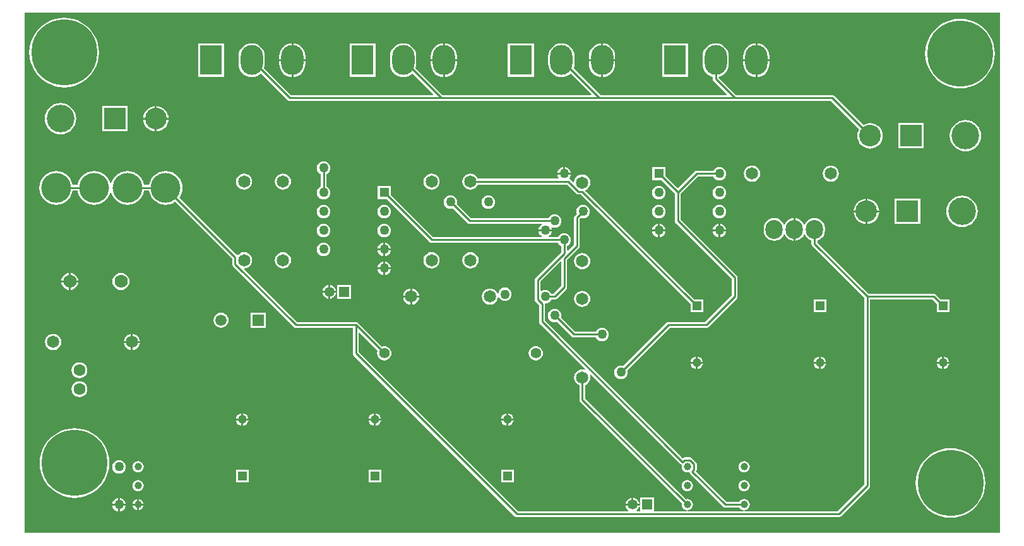
<source format=gbl>
G04 Layer_Physical_Order=2*
G04 Layer_Color=16711680*
%FSLAX25Y25*%
%MOIN*%
G70*
G01*
G75*
%ADD14C,0.01000*%
%ADD15C,0.05512*%
%ADD16C,0.05000*%
%ADD17R,0.05000X0.05000*%
%ADD18C,0.03937*%
%ADD19C,0.06299*%
%ADD20C,0.06496*%
%ADD21C,0.04724*%
%ADD22R,0.04724X0.04724*%
%ADD23C,0.05906*%
%ADD24R,0.05906X0.05906*%
%ADD25R,0.05315X0.05315*%
%ADD26C,0.05315*%
%ADD27C,0.07000*%
%ADD28C,0.34724*%
%ADD29R,0.11811X0.15748*%
%ADD30O,0.11811X0.15748*%
%ADD31C,0.11417*%
%ADD32R,0.11417X0.11417*%
%ADD33C,0.14567*%
%ADD34C,0.15748*%
%ADD35O,0.09055X0.10000*%
G36*
X615000Y225000D02*
X100000D01*
Y500000D01*
X615000D01*
Y225000D01*
D02*
G37*
%LPC*%
G36*
X160987Y325500D02*
X157268D01*
Y321781D01*
X157877Y321861D01*
X158910Y322289D01*
X159797Y322970D01*
X160478Y323858D01*
X160906Y324891D01*
X160987Y325500D01*
D02*
G37*
G36*
X380000Y343530D02*
X379086Y343410D01*
X378235Y343057D01*
X377504Y342496D01*
X376943Y341765D01*
X376590Y340914D01*
X376470Y340000D01*
X376590Y339086D01*
X376943Y338235D01*
X377504Y337504D01*
X378235Y336943D01*
X379086Y336590D01*
X380000Y336470D01*
X380914Y336590D01*
X381149Y336688D01*
X388919Y328919D01*
X389415Y328587D01*
X390000Y328471D01*
X401845D01*
X401943Y328235D01*
X402504Y327504D01*
X403235Y326943D01*
X404086Y326590D01*
X405000Y326470D01*
X405914Y326590D01*
X406765Y326943D01*
X407496Y327504D01*
X408057Y328235D01*
X408410Y329086D01*
X408530Y330000D01*
X408410Y330914D01*
X408057Y331765D01*
X407496Y332496D01*
X406765Y333057D01*
X405914Y333410D01*
X405000Y333530D01*
X404086Y333410D01*
X403235Y333057D01*
X402504Y332496D01*
X401943Y331765D01*
X401845Y331529D01*
X390634D01*
X383312Y338851D01*
X383410Y339086D01*
X383530Y340000D01*
X383410Y340914D01*
X383057Y341765D01*
X382496Y342496D01*
X381765Y343057D01*
X380914Y343410D01*
X380000Y343530D01*
D02*
G37*
G36*
X115232Y330285D02*
X114123Y330139D01*
X113090Y329711D01*
X112203Y329030D01*
X111522Y328142D01*
X111094Y327109D01*
X110948Y326000D01*
X111094Y324891D01*
X111522Y323858D01*
X112203Y322970D01*
X113090Y322289D01*
X114123Y321861D01*
X115232Y321715D01*
X116341Y321861D01*
X117375Y322289D01*
X118262Y322970D01*
X118943Y323858D01*
X119371Y324891D01*
X119517Y326000D01*
X119371Y327109D01*
X118943Y328142D01*
X118262Y329030D01*
X117375Y329711D01*
X116341Y330139D01*
X115232Y330285D01*
D02*
G37*
G36*
X156268Y325500D02*
X152549D01*
X152629Y324891D01*
X153057Y323858D01*
X153738Y322970D01*
X154625Y322289D01*
X155659Y321861D01*
X156268Y321781D01*
Y325500D01*
D02*
G37*
G36*
Y330219D02*
X155659Y330139D01*
X154625Y329711D01*
X153738Y329030D01*
X153057Y328142D01*
X152629Y327109D01*
X152549Y326500D01*
X156268D01*
Y330219D01*
D02*
G37*
G36*
X227453Y341453D02*
X219547D01*
Y333547D01*
X227453D01*
Y341453D01*
D02*
G37*
G36*
X335500Y415052D02*
X334391Y414906D01*
X333358Y414478D01*
X332470Y413798D01*
X331789Y412910D01*
X331361Y411877D01*
X331215Y410768D01*
X331361Y409659D01*
X331789Y408625D01*
X332470Y407738D01*
X333358Y407057D01*
X334391Y406629D01*
X335500Y406483D01*
X336609Y406629D01*
X337642Y407057D01*
X338530Y407738D01*
X339211Y408625D01*
X339464Y409238D01*
X386652D01*
X391452Y404438D01*
X391948Y404107D01*
X392533Y403990D01*
X393847D01*
X451638Y346199D01*
Y341638D01*
X458362D01*
Y348362D01*
X453801D01*
X396228Y405935D01*
X396325Y406426D01*
X396642Y406557D01*
X397530Y407238D01*
X398211Y408125D01*
X398639Y409159D01*
X398785Y410268D01*
X398639Y411377D01*
X398211Y412410D01*
X397530Y413297D01*
X396642Y413978D01*
X395609Y414406D01*
X394500Y414552D01*
X393391Y414406D01*
X392358Y413978D01*
X391470Y413297D01*
X390789Y412410D01*
X390361Y411377D01*
X390266Y410656D01*
X389739Y410477D01*
X388367Y411849D01*
X387871Y412181D01*
X387863Y412182D01*
X387670Y412730D01*
X388057Y413235D01*
X388410Y414086D01*
X388464Y414500D01*
X381536D01*
X381590Y414086D01*
X381943Y413235D01*
X382279Y412797D01*
X382032Y412297D01*
X339464D01*
X339211Y412910D01*
X338530Y413798D01*
X337642Y414478D01*
X336609Y414906D01*
X335500Y415052D01*
D02*
G37*
G36*
X157268Y330219D02*
Y326500D01*
X160987D01*
X160906Y327109D01*
X160478Y328142D01*
X159797Y329030D01*
X158910Y329711D01*
X157877Y330139D01*
X157268Y330219D01*
D02*
G37*
G36*
X203815Y341487D02*
X202783Y341351D01*
X201821Y340953D01*
X200996Y340319D01*
X200362Y339493D01*
X199964Y338532D01*
X199828Y337500D01*
X199964Y336468D01*
X200362Y335507D01*
X200996Y334681D01*
X201821Y334047D01*
X202783Y333649D01*
X203815Y333513D01*
X204847Y333649D01*
X205808Y334047D01*
X206634Y334681D01*
X207268Y335507D01*
X207666Y336468D01*
X207802Y337500D01*
X207666Y338532D01*
X207268Y339493D01*
X206634Y340319D01*
X205808Y340953D01*
X204847Y341351D01*
X203815Y341487D01*
D02*
G37*
G36*
X454500Y318325D02*
X454122Y318276D01*
X453304Y317937D01*
X452602Y317398D01*
X452063Y316696D01*
X451724Y315878D01*
X451675Y315500D01*
X454500D01*
Y318325D01*
D02*
G37*
G36*
X519500D02*
X519122Y318276D01*
X518304Y317937D01*
X517602Y317398D01*
X517063Y316696D01*
X516724Y315878D01*
X516675Y315500D01*
X519500D01*
Y318325D01*
D02*
G37*
G36*
X523325Y314500D02*
X520500D01*
Y311675D01*
X520878Y311724D01*
X521696Y312063D01*
X522398Y312602D01*
X522937Y313304D01*
X523276Y314122D01*
X523325Y314500D01*
D02*
G37*
G36*
X588325D02*
X585500D01*
Y311675D01*
X585878Y311724D01*
X586696Y312063D01*
X587398Y312602D01*
X587937Y313304D01*
X588276Y314122D01*
X588325Y314500D01*
D02*
G37*
G36*
X584500Y318325D02*
X584122Y318276D01*
X583304Y317937D01*
X582602Y317398D01*
X582063Y316696D01*
X581724Y315878D01*
X581675Y315500D01*
X584500D01*
Y318325D01*
D02*
G37*
G36*
X585500D02*
Y315500D01*
X588325D01*
X588276Y315878D01*
X587937Y316696D01*
X587398Y317398D01*
X586696Y317937D01*
X585878Y318276D01*
X585500Y318325D01*
D02*
G37*
G36*
X370000Y323788D02*
X369020Y323659D01*
X368106Y323281D01*
X367321Y322679D01*
X366719Y321894D01*
X366341Y320981D01*
X366212Y320000D01*
X366341Y319020D01*
X366719Y318106D01*
X367321Y317321D01*
X368106Y316719D01*
X369020Y316341D01*
X370000Y316212D01*
X370981Y316341D01*
X371894Y316719D01*
X372679Y317321D01*
X373281Y318106D01*
X373659Y319020D01*
X373788Y320000D01*
X373659Y320981D01*
X373281Y321894D01*
X372679Y322679D01*
X371894Y323281D01*
X370981Y323659D01*
X370000Y323788D01*
D02*
G37*
G36*
X455500Y318325D02*
Y315500D01*
X458325D01*
X458276Y315878D01*
X457937Y316696D01*
X457398Y317398D01*
X456696Y317937D01*
X455878Y318276D01*
X455500Y318325D01*
D02*
G37*
G36*
X520500D02*
Y315500D01*
X523325D01*
X523276Y315878D01*
X522937Y316696D01*
X522398Y317398D01*
X521696Y317937D01*
X520878Y318276D01*
X520500Y318325D01*
D02*
G37*
G36*
X523362Y348362D02*
X516638D01*
Y341638D01*
X523362D01*
Y348362D01*
D02*
G37*
G36*
X151000Y362539D02*
X149825Y362384D01*
X148731Y361931D01*
X147791Y361209D01*
X147069Y360269D01*
X146616Y359175D01*
X146461Y358000D01*
X146616Y356825D01*
X147069Y355731D01*
X147791Y354791D01*
X148731Y354069D01*
X149825Y353616D01*
X151000Y353461D01*
X152175Y353616D01*
X153269Y354069D01*
X154209Y354791D01*
X154931Y355731D01*
X155384Y356825D01*
X155539Y358000D01*
X155384Y359175D01*
X154931Y360269D01*
X154209Y361209D01*
X153269Y361931D01*
X152175Y362384D01*
X151000Y362539D01*
D02*
G37*
G36*
X123500Y357500D02*
X119527D01*
X119616Y356825D01*
X120069Y355731D01*
X120791Y354791D01*
X121731Y354069D01*
X122825Y353616D01*
X123500Y353527D01*
Y357500D01*
D02*
G37*
G36*
X260500Y356123D02*
X260045Y356063D01*
X259156Y355695D01*
X258391Y355109D01*
X257805Y354345D01*
X257437Y353455D01*
X257377Y353000D01*
X260500D01*
Y356123D01*
D02*
G37*
G36*
X261500D02*
Y353000D01*
X264623D01*
X264563Y353455D01*
X264195Y354345D01*
X263609Y355109D01*
X262844Y355695D01*
X261955Y356063D01*
X261500Y356123D01*
D02*
G37*
G36*
X128473Y357500D02*
X124500D01*
Y353527D01*
X125175Y353616D01*
X126269Y354069D01*
X127209Y354791D01*
X127931Y355731D01*
X128384Y356825D01*
X128473Y357500D01*
D02*
G37*
G36*
X289500Y364500D02*
X286536D01*
X286590Y364086D01*
X286943Y363235D01*
X287504Y362504D01*
X288235Y361943D01*
X289086Y361590D01*
X289500Y361536D01*
Y364500D01*
D02*
G37*
G36*
X293464D02*
X290500D01*
Y361536D01*
X290914Y361590D01*
X291765Y361943D01*
X292496Y362504D01*
X293057Y363235D01*
X293410Y364086D01*
X293464Y364500D01*
D02*
G37*
G36*
X123500Y362473D02*
X122825Y362384D01*
X121731Y361931D01*
X120791Y361209D01*
X120069Y360269D01*
X119616Y359175D01*
X119527Y358500D01*
X123500D01*
Y362473D01*
D02*
G37*
G36*
X124500D02*
Y358500D01*
X128473D01*
X128384Y359175D01*
X127931Y360269D01*
X127209Y361209D01*
X126269Y361931D01*
X125175Y362384D01*
X124500Y362473D01*
D02*
G37*
G36*
X308451Y349500D02*
X304732D01*
Y345781D01*
X305341Y345861D01*
X306375Y346289D01*
X307262Y346970D01*
X307943Y347858D01*
X308371Y348891D01*
X308451Y349500D01*
D02*
G37*
G36*
X272532Y356157D02*
X265216D01*
Y348843D01*
X272532D01*
Y356157D01*
D02*
G37*
G36*
X394500Y353052D02*
X393391Y352906D01*
X392358Y352478D01*
X391470Y351797D01*
X390789Y350910D01*
X390361Y349877D01*
X390215Y348768D01*
X390361Y347659D01*
X390789Y346625D01*
X391470Y345738D01*
X392358Y345057D01*
X393391Y344629D01*
X394500Y344483D01*
X395609Y344629D01*
X396642Y345057D01*
X397530Y345738D01*
X398211Y346625D01*
X398639Y347659D01*
X398785Y348768D01*
X398639Y349877D01*
X398211Y350910D01*
X397530Y351797D01*
X396642Y352478D01*
X395609Y352906D01*
X394500Y353052D01*
D02*
G37*
G36*
X303732Y349500D02*
X300013D01*
X300094Y348891D01*
X300522Y347858D01*
X301203Y346970D01*
X302090Y346289D01*
X303123Y345861D01*
X303732Y345781D01*
Y349500D01*
D02*
G37*
G36*
X260500Y352000D02*
X257377D01*
X257437Y351545D01*
X257805Y350656D01*
X258391Y349891D01*
X259156Y349305D01*
X260045Y348937D01*
X260500Y348877D01*
Y352000D01*
D02*
G37*
G36*
X304732Y354219D02*
Y350500D01*
X308451D01*
X308371Y351109D01*
X307943Y352142D01*
X307262Y353030D01*
X306375Y353711D01*
X305341Y354139D01*
X304732Y354219D01*
D02*
G37*
G36*
X353740Y354790D02*
X352826Y354670D01*
X351975Y354317D01*
X351244Y353756D01*
X350683Y353025D01*
X350330Y352173D01*
X350252Y351581D01*
X349739Y351513D01*
X349478Y352142D01*
X348797Y353030D01*
X347910Y353711D01*
X346877Y354139D01*
X345768Y354285D01*
X344659Y354139D01*
X343625Y353711D01*
X342738Y353030D01*
X342057Y352142D01*
X341629Y351109D01*
X341483Y350000D01*
X341629Y348891D01*
X342057Y347858D01*
X342738Y346970D01*
X343625Y346289D01*
X344659Y345861D01*
X345768Y345715D01*
X346877Y345861D01*
X347910Y346289D01*
X348797Y346970D01*
X349478Y347858D01*
X349906Y348891D01*
X350024Y349780D01*
X350537Y349848D01*
X350683Y349495D01*
X351244Y348764D01*
X351975Y348203D01*
X352826Y347850D01*
X353740Y347730D01*
X354654Y347850D01*
X355505Y348203D01*
X356236Y348764D01*
X356797Y349495D01*
X357150Y350346D01*
X357270Y351260D01*
X357150Y352173D01*
X356797Y353025D01*
X356236Y353756D01*
X355505Y354317D01*
X354654Y354670D01*
X353740Y354790D01*
D02*
G37*
G36*
X264623Y352000D02*
X261500D01*
Y348877D01*
X261955Y348937D01*
X262844Y349305D01*
X263609Y349891D01*
X264195Y350656D01*
X264563Y351545D01*
X264623Y352000D01*
D02*
G37*
G36*
X303732Y354219D02*
X303123Y354139D01*
X302090Y353711D01*
X301203Y353030D01*
X300522Y352142D01*
X300094Y351109D01*
X300013Y350500D01*
X303732D01*
Y354219D01*
D02*
G37*
G36*
X458325Y314500D02*
X455500D01*
Y311675D01*
X455878Y311724D01*
X456696Y312063D01*
X457398Y312602D01*
X457937Y313304D01*
X458276Y314122D01*
X458325Y314500D01*
D02*
G37*
G36*
X126500Y280402D02*
X124098Y280244D01*
X121737Y279775D01*
X119458Y279001D01*
X117299Y277936D01*
X115298Y276599D01*
X113488Y275012D01*
X111901Y273202D01*
X110564Y271201D01*
X109499Y269042D01*
X108725Y266763D01*
X108256Y264402D01*
X108098Y262000D01*
X108256Y259598D01*
X108725Y257237D01*
X109499Y254958D01*
X110564Y252799D01*
X111901Y250798D01*
X113488Y248988D01*
X115298Y247401D01*
X117299Y246064D01*
X119458Y244999D01*
X121737Y244225D01*
X124098Y243756D01*
X126500Y243598D01*
X128902Y243756D01*
X131263Y244225D01*
X133542Y244999D01*
X135701Y246064D01*
X137702Y247401D01*
X139512Y248988D01*
X141099Y250798D01*
X142436Y252799D01*
X143501Y254958D01*
X144275Y257237D01*
X144744Y259598D01*
X144902Y262000D01*
X144744Y264402D01*
X144275Y266763D01*
X143501Y269042D01*
X142436Y271201D01*
X141099Y273202D01*
X139512Y275012D01*
X137702Y276599D01*
X135701Y277936D01*
X133542Y279001D01*
X131263Y279775D01*
X128902Y280244D01*
X126500Y280402D01*
D02*
G37*
G36*
X160000Y252994D02*
X159225Y252892D01*
X158503Y252593D01*
X157883Y252117D01*
X157407Y251497D01*
X157108Y250775D01*
X157006Y250000D01*
X157108Y249225D01*
X157407Y248503D01*
X157883Y247883D01*
X158503Y247407D01*
X159225Y247108D01*
X160000Y247006D01*
X160775Y247108D01*
X161497Y247407D01*
X162117Y247883D01*
X162593Y248503D01*
X162892Y249225D01*
X162994Y250000D01*
X162892Y250775D01*
X162593Y251497D01*
X162117Y252117D01*
X161497Y252593D01*
X160775Y252892D01*
X160000Y252994D01*
D02*
G37*
G36*
X160500Y242928D02*
Y240500D01*
X162928D01*
X162892Y240775D01*
X162593Y241497D01*
X162117Y242117D01*
X161497Y242593D01*
X160775Y242892D01*
X160500Y242928D01*
D02*
G37*
G36*
X421563Y243623D02*
Y240500D01*
X424686D01*
X424626Y240955D01*
X424258Y241845D01*
X423672Y242609D01*
X422907Y243195D01*
X422018Y243563D01*
X421563Y243623D01*
D02*
G37*
G36*
X480000Y252994D02*
X479225Y252892D01*
X478503Y252593D01*
X477883Y252117D01*
X477407Y251497D01*
X477108Y250775D01*
X477006Y250000D01*
X477108Y249225D01*
X477407Y248503D01*
X477883Y247883D01*
X478503Y247407D01*
X479225Y247108D01*
X480000Y247006D01*
X480775Y247108D01*
X481497Y247407D01*
X482117Y247883D01*
X482593Y248503D01*
X482892Y249225D01*
X482994Y250000D01*
X482892Y250775D01*
X482593Y251497D01*
X482117Y252117D01*
X481497Y252593D01*
X480775Y252892D01*
X480000Y252994D01*
D02*
G37*
G36*
X358362Y258362D02*
X351638D01*
Y251638D01*
X358362D01*
Y258362D01*
D02*
G37*
G36*
X150000Y263530D02*
X149086Y263410D01*
X148235Y263057D01*
X147504Y262496D01*
X146943Y261765D01*
X146590Y260914D01*
X146470Y260000D01*
X146590Y259086D01*
X146943Y258235D01*
X147504Y257504D01*
X148235Y256943D01*
X149086Y256590D01*
X150000Y256470D01*
X150914Y256590D01*
X151765Y256943D01*
X152496Y257504D01*
X153057Y258235D01*
X153410Y259086D01*
X153530Y260000D01*
X153410Y260914D01*
X153057Y261765D01*
X152496Y262496D01*
X151765Y263057D01*
X150914Y263410D01*
X150000Y263530D01*
D02*
G37*
G36*
X218362Y258362D02*
X211638D01*
Y251638D01*
X218362D01*
Y258362D01*
D02*
G37*
G36*
X288362D02*
X281638D01*
Y251638D01*
X288362D01*
Y258362D01*
D02*
G37*
G36*
X153464Y239500D02*
X150500D01*
Y236536D01*
X150914Y236590D01*
X151765Y236943D01*
X152496Y237504D01*
X153057Y238235D01*
X153410Y239086D01*
X153464Y239500D01*
D02*
G37*
G36*
X159500D02*
X157072D01*
X157108Y239225D01*
X157407Y238503D01*
X157883Y237883D01*
X158503Y237407D01*
X159225Y237108D01*
X159500Y237072D01*
Y239500D01*
D02*
G37*
G36*
X589000Y269902D02*
X586598Y269744D01*
X584237Y269275D01*
X581958Y268501D01*
X579799Y267436D01*
X577798Y266099D01*
X575988Y264512D01*
X574401Y262702D01*
X573064Y260701D01*
X571999Y258542D01*
X571225Y256263D01*
X570756Y253902D01*
X570598Y251500D01*
X570756Y249098D01*
X571225Y246737D01*
X571999Y244458D01*
X573064Y242299D01*
X574401Y240298D01*
X575988Y238488D01*
X577798Y236901D01*
X579799Y235564D01*
X581958Y234499D01*
X584237Y233725D01*
X586598Y233256D01*
X589000Y233098D01*
X591402Y233256D01*
X593763Y233725D01*
X596042Y234499D01*
X598201Y235564D01*
X600202Y236901D01*
X602012Y238488D01*
X603599Y240298D01*
X604936Y242299D01*
X606001Y244458D01*
X606775Y246737D01*
X607244Y249098D01*
X607402Y251500D01*
X607244Y253902D01*
X606775Y256263D01*
X606001Y258542D01*
X604936Y260701D01*
X603599Y262702D01*
X602012Y264512D01*
X600202Y266099D01*
X598201Y267436D01*
X596042Y268501D01*
X593763Y269275D01*
X591402Y269744D01*
X589000Y269902D01*
D02*
G37*
G36*
X149500Y239500D02*
X146536D01*
X146590Y239086D01*
X146943Y238235D01*
X147504Y237504D01*
X148235Y236943D01*
X149086Y236590D01*
X149500Y236536D01*
Y239500D01*
D02*
G37*
G36*
X162928D02*
X160500D01*
Y237072D01*
X160775Y237108D01*
X161497Y237407D01*
X162117Y237883D01*
X162593Y238503D01*
X162892Y239225D01*
X162928Y239500D01*
D02*
G37*
G36*
X149500Y243464D02*
X149086Y243410D01*
X148235Y243057D01*
X147504Y242496D01*
X146943Y241765D01*
X146590Y240914D01*
X146536Y240500D01*
X149500D01*
Y243464D01*
D02*
G37*
G36*
X150500D02*
Y240500D01*
X153464D01*
X153410Y240914D01*
X153057Y241765D01*
X152496Y242496D01*
X151765Y243057D01*
X150914Y243410D01*
X150500Y243464D01*
D02*
G37*
G36*
X420563Y243623D02*
X420108Y243563D01*
X419218Y243195D01*
X418454Y242609D01*
X417868Y241845D01*
X417500Y240955D01*
X417440Y240500D01*
X420563D01*
Y243623D01*
D02*
G37*
G36*
X159500Y242928D02*
X159225Y242892D01*
X158503Y242593D01*
X157883Y242117D01*
X157407Y241497D01*
X157108Y240775D01*
X157072Y240500D01*
X159500D01*
Y242928D01*
D02*
G37*
G36*
X160000Y262994D02*
X159225Y262892D01*
X158503Y262593D01*
X157883Y262117D01*
X157407Y261497D01*
X157108Y260775D01*
X157006Y260000D01*
X157108Y259225D01*
X157407Y258503D01*
X157883Y257883D01*
X158503Y257407D01*
X159225Y257108D01*
X160000Y257006D01*
X160775Y257108D01*
X161497Y257407D01*
X162117Y257883D01*
X162593Y258503D01*
X162892Y259225D01*
X162994Y260000D01*
X162892Y260775D01*
X162593Y261497D01*
X162117Y262117D01*
X161497Y262593D01*
X160775Y262892D01*
X160000Y262994D01*
D02*
G37*
G36*
X285500Y288325D02*
Y285500D01*
X288325D01*
X288276Y285878D01*
X287937Y286696D01*
X287398Y287398D01*
X286696Y287937D01*
X285878Y288276D01*
X285500Y288325D01*
D02*
G37*
G36*
X355500D02*
Y285500D01*
X358325D01*
X358276Y285878D01*
X357937Y286696D01*
X357398Y287398D01*
X356696Y287937D01*
X355878Y288276D01*
X355500Y288325D01*
D02*
G37*
G36*
X354500D02*
X354122Y288276D01*
X353304Y287937D01*
X352602Y287398D01*
X352063Y286696D01*
X351724Y285878D01*
X351675Y285500D01*
X354500D01*
Y288325D01*
D02*
G37*
G36*
X215500D02*
Y285500D01*
X218325D01*
X218276Y285878D01*
X217937Y286696D01*
X217398Y287398D01*
X216696Y287937D01*
X215878Y288276D01*
X215500Y288325D01*
D02*
G37*
G36*
X129000Y305185D02*
X127917Y305043D01*
X126907Y304625D01*
X126040Y303959D01*
X125375Y303093D01*
X124957Y302083D01*
X124815Y301000D01*
X124957Y299917D01*
X125375Y298907D01*
X126040Y298041D01*
X126907Y297375D01*
X127917Y296957D01*
X129000Y296815D01*
X130083Y296957D01*
X131093Y297375D01*
X131959Y298041D01*
X132625Y298907D01*
X133043Y299917D01*
X133185Y301000D01*
X133043Y302083D01*
X132625Y303093D01*
X131959Y303959D01*
X131093Y304625D01*
X130083Y305043D01*
X129000Y305185D01*
D02*
G37*
G36*
X519500Y314500D02*
X516675D01*
X516724Y314122D01*
X517063Y313304D01*
X517602Y312602D01*
X518304Y312063D01*
X519122Y311724D01*
X519500Y311675D01*
Y314500D01*
D02*
G37*
G36*
X584500D02*
X581675D01*
X581724Y314122D01*
X582063Y313304D01*
X582602Y312602D01*
X583304Y312063D01*
X584122Y311724D01*
X584500Y311675D01*
Y314500D01*
D02*
G37*
G36*
X129000Y315185D02*
X127917Y315043D01*
X126907Y314625D01*
X126040Y313960D01*
X125375Y313093D01*
X124957Y312083D01*
X124815Y311000D01*
X124957Y309917D01*
X125375Y308907D01*
X126040Y308040D01*
X126907Y307375D01*
X127917Y306957D01*
X129000Y306815D01*
X130083Y306957D01*
X131093Y307375D01*
X131959Y308040D01*
X132625Y308907D01*
X133043Y309917D01*
X133185Y311000D01*
X133043Y312083D01*
X132625Y313093D01*
X131959Y313960D01*
X131093Y314625D01*
X130083Y315043D01*
X129000Y315185D01*
D02*
G37*
G36*
X454500Y314500D02*
X451675D01*
X451724Y314122D01*
X452063Y313304D01*
X452602Y312602D01*
X453304Y312063D01*
X454122Y311724D01*
X454500Y311675D01*
Y314500D01*
D02*
G37*
G36*
X284500Y284500D02*
X281675D01*
X281724Y284122D01*
X282063Y283304D01*
X282602Y282602D01*
X283304Y282063D01*
X284122Y281724D01*
X284500Y281675D01*
Y284500D01*
D02*
G37*
G36*
X354500D02*
X351675D01*
X351724Y284122D01*
X352063Y283304D01*
X352602Y282602D01*
X353304Y282063D01*
X354122Y281724D01*
X354500Y281675D01*
Y284500D01*
D02*
G37*
G36*
X480000Y262994D02*
X479225Y262892D01*
X478503Y262593D01*
X477883Y262117D01*
X477407Y261497D01*
X477108Y260775D01*
X477006Y260000D01*
X477108Y259225D01*
X477407Y258503D01*
X477883Y257883D01*
X478503Y257407D01*
X479225Y257108D01*
X480000Y257006D01*
X480775Y257108D01*
X481497Y257407D01*
X482117Y257883D01*
X482593Y258503D01*
X482892Y259225D01*
X482994Y260000D01*
X482892Y260775D01*
X482593Y261497D01*
X482117Y262117D01*
X481497Y262593D01*
X480775Y262892D01*
X480000Y262994D01*
D02*
G37*
G36*
X214500Y284500D02*
X211675D01*
X211724Y284122D01*
X212063Y283304D01*
X212602Y282602D01*
X213304Y282063D01*
X214122Y281724D01*
X214500Y281675D01*
Y284500D01*
D02*
G37*
G36*
X218325D02*
X215500D01*
Y281675D01*
X215878Y281724D01*
X216696Y282063D01*
X217398Y282602D01*
X217937Y283304D01*
X218276Y284122D01*
X218325Y284500D01*
D02*
G37*
G36*
X214500Y288325D02*
X214122Y288276D01*
X213304Y287937D01*
X212602Y287398D01*
X212063Y286696D01*
X211724Y285878D01*
X211675Y285500D01*
X214500D01*
Y288325D01*
D02*
G37*
G36*
X284500D02*
X284122Y288276D01*
X283304Y287937D01*
X282602Y287398D01*
X282063Y286696D01*
X281724Y285878D01*
X281675Y285500D01*
X284500D01*
Y288325D01*
D02*
G37*
G36*
X288325Y284500D02*
X285500D01*
Y281675D01*
X285878Y281724D01*
X286696Y282063D01*
X287398Y282602D01*
X287937Y283304D01*
X288276Y284122D01*
X288325Y284500D01*
D02*
G37*
G36*
X358325D02*
X355500D01*
Y281675D01*
X355878Y281724D01*
X356696Y282063D01*
X357398Y282602D01*
X357937Y283304D01*
X358276Y284122D01*
X358325Y284500D01*
D02*
G37*
G36*
X394500Y373017D02*
X393391Y372871D01*
X392358Y372443D01*
X391470Y371762D01*
X390789Y370875D01*
X390361Y369841D01*
X390215Y368732D01*
X390361Y367623D01*
X390789Y366590D01*
X391470Y365703D01*
X392358Y365022D01*
X393391Y364594D01*
X394500Y364448D01*
X395609Y364594D01*
X396642Y365022D01*
X397530Y365703D01*
X398211Y366590D01*
X398639Y367623D01*
X398785Y368732D01*
X398639Y369841D01*
X398211Y370875D01*
X397530Y371762D01*
X396642Y372443D01*
X395609Y372871D01*
X394500Y373017D01*
D02*
G37*
G36*
X176086Y443500D02*
X169894D01*
Y437308D01*
X170709Y437388D01*
X171974Y437772D01*
X173139Y438395D01*
X174161Y439233D01*
X174999Y440255D01*
X175622Y441420D01*
X176005Y442685D01*
X176086Y443500D01*
D02*
G37*
G36*
X168894Y450692D02*
X168079Y450612D01*
X166814Y450228D01*
X165649Y449605D01*
X164627Y448767D01*
X163789Y447745D01*
X163166Y446580D01*
X162782Y445315D01*
X162702Y444500D01*
X168894D01*
Y450692D01*
D02*
G37*
G36*
X154449Y450709D02*
X141032D01*
Y437291D01*
X154449D01*
Y450709D01*
D02*
G37*
G36*
X168894Y443500D02*
X162702D01*
X162782Y442685D01*
X163166Y441420D01*
X163789Y440255D01*
X164627Y439233D01*
X165649Y438395D01*
X166814Y437772D01*
X168079Y437388D01*
X168894Y437308D01*
Y443500D01*
D02*
G37*
G36*
X169894Y450692D02*
Y444500D01*
X176086D01*
X176005Y445315D01*
X175622Y446580D01*
X174999Y447745D01*
X174161Y448767D01*
X173139Y449605D01*
X171974Y450228D01*
X170709Y450612D01*
X169894Y450692D01*
D02*
G37*
G36*
X121000Y497402D02*
X118598Y497244D01*
X116237Y496775D01*
X113958Y496001D01*
X111799Y494936D01*
X109798Y493599D01*
X107988Y492012D01*
X106401Y490202D01*
X105064Y488201D01*
X103999Y486042D01*
X103225Y483763D01*
X102756Y481402D01*
X102598Y479000D01*
X102756Y476598D01*
X103225Y474237D01*
X103999Y471958D01*
X105064Y469799D01*
X106401Y467798D01*
X107988Y465988D01*
X109798Y464401D01*
X111799Y463064D01*
X113958Y461999D01*
X116237Y461225D01*
X118598Y460756D01*
X121000Y460598D01*
X123402Y460756D01*
X125763Y461225D01*
X128042Y461999D01*
X130201Y463064D01*
X132202Y464401D01*
X134012Y465988D01*
X135599Y467798D01*
X136936Y469799D01*
X138001Y471958D01*
X138775Y474237D01*
X139244Y476598D01*
X139402Y479000D01*
X139244Y481402D01*
X138775Y483763D01*
X138001Y486042D01*
X136936Y488201D01*
X135599Y490202D01*
X134012Y492012D01*
X132202Y493599D01*
X130201Y494936D01*
X128042Y496001D01*
X125763Y496775D01*
X123402Y497244D01*
X121000Y497402D01*
D02*
G37*
G36*
X205449Y483874D02*
X191638D01*
Y466126D01*
X205449D01*
Y483874D01*
D02*
G37*
G36*
X465000Y483907D02*
X463646Y483774D01*
X462345Y483379D01*
X461145Y482738D01*
X460093Y481875D01*
X459231Y480824D01*
X458589Y479624D01*
X458194Y478322D01*
X458061Y476968D01*
Y473032D01*
X458194Y471678D01*
X458589Y470376D01*
X459231Y469176D01*
X460093Y468125D01*
X461145Y467262D01*
X462345Y466621D01*
X463471Y466279D01*
Y465000D01*
X463587Y464415D01*
X463919Y463919D01*
X470846Y456991D01*
X470654Y456529D01*
X404177D01*
X390042Y470665D01*
X390349Y471678D01*
X390482Y473032D01*
Y476968D01*
X390349Y478322D01*
X389954Y479624D01*
X389313Y480824D01*
X388450Y481875D01*
X387398Y482738D01*
X386199Y483379D01*
X384897Y483774D01*
X383543Y483907D01*
X382190Y483774D01*
X380888Y483379D01*
X379688Y482738D01*
X378637Y481875D01*
X377774Y480824D01*
X377133Y479624D01*
X376738Y478322D01*
X376604Y476968D01*
Y473032D01*
X376738Y471678D01*
X377133Y470376D01*
X377774Y469176D01*
X378637Y468125D01*
X379688Y467262D01*
X380888Y466621D01*
X382190Y466226D01*
X383543Y466093D01*
X384897Y466226D01*
X386199Y466621D01*
X387398Y467262D01*
X388343Y468037D01*
X399389Y456991D01*
X399198Y456529D01*
X320634D01*
X306498Y470665D01*
X306806Y471678D01*
X306939Y473032D01*
Y476968D01*
X306806Y478322D01*
X306411Y479624D01*
X305769Y480824D01*
X304907Y481875D01*
X303855Y482738D01*
X302655Y483379D01*
X301354Y483774D01*
X300000Y483907D01*
X298646Y483774D01*
X297345Y483379D01*
X296145Y482738D01*
X295093Y481875D01*
X294231Y480824D01*
X293589Y479624D01*
X293194Y478322D01*
X293061Y476968D01*
Y473032D01*
X293194Y471678D01*
X293589Y470376D01*
X294231Y469176D01*
X295093Y468125D01*
X296145Y467262D01*
X297345Y466621D01*
X298646Y466226D01*
X300000Y466093D01*
X301354Y466226D01*
X302655Y466621D01*
X303855Y467262D01*
X304800Y468037D01*
X315846Y456991D01*
X315654Y456529D01*
X240634D01*
X226498Y470665D01*
X226806Y471678D01*
X226939Y473032D01*
Y476968D01*
X226806Y478322D01*
X226411Y479624D01*
X225769Y480824D01*
X224907Y481875D01*
X223855Y482738D01*
X222655Y483379D01*
X221354Y483774D01*
X220000Y483907D01*
X218646Y483774D01*
X217345Y483379D01*
X216145Y482738D01*
X215093Y481875D01*
X214230Y480824D01*
X213589Y479624D01*
X213194Y478322D01*
X213061Y476968D01*
Y473032D01*
X213194Y471678D01*
X213589Y470376D01*
X214230Y469176D01*
X215093Y468125D01*
X216145Y467262D01*
X217345Y466621D01*
X218646Y466226D01*
X220000Y466093D01*
X221354Y466226D01*
X222655Y466621D01*
X223855Y467262D01*
X224800Y468037D01*
X238919Y453919D01*
X239415Y453587D01*
X240000Y453471D01*
X525902D01*
X540825Y438548D01*
X540307Y437580D01*
X539924Y436315D01*
X539794Y435000D01*
X539924Y433685D01*
X540307Y432420D01*
X540930Y431255D01*
X541769Y430233D01*
X542790Y429395D01*
X543956Y428772D01*
X545220Y428388D01*
X546535Y428259D01*
X547851Y428388D01*
X549115Y428772D01*
X550281Y429395D01*
X551302Y430233D01*
X552140Y431255D01*
X552763Y432420D01*
X553147Y433685D01*
X553276Y435000D01*
X553147Y436315D01*
X552763Y437580D01*
X552140Y438745D01*
X551302Y439767D01*
X550281Y440605D01*
X549115Y441228D01*
X547851Y441612D01*
X546535Y441741D01*
X545220Y441612D01*
X543956Y441228D01*
X542988Y440711D01*
X527617Y456081D01*
X527121Y456413D01*
X526535Y456529D01*
X475633D01*
X466529Y465633D01*
Y466279D01*
X467655Y466621D01*
X468855Y467262D01*
X469907Y468125D01*
X470770Y469176D01*
X471411Y470376D01*
X471806Y471678D01*
X471939Y473032D01*
Y476968D01*
X471806Y478322D01*
X471411Y479624D01*
X470770Y480824D01*
X469907Y481875D01*
X468855Y482738D01*
X467655Y483379D01*
X466354Y483774D01*
X465000Y483907D01*
D02*
G37*
G36*
X594000Y496902D02*
X591598Y496744D01*
X589237Y496275D01*
X586958Y495501D01*
X584799Y494436D01*
X582798Y493099D01*
X580988Y491512D01*
X579401Y489702D01*
X578064Y487701D01*
X576999Y485542D01*
X576225Y483263D01*
X575756Y480902D01*
X575598Y478500D01*
X575756Y476098D01*
X576225Y473737D01*
X576999Y471458D01*
X578064Y469299D01*
X579401Y467298D01*
X580988Y465488D01*
X582798Y463901D01*
X584799Y462564D01*
X586958Y461499D01*
X589237Y460725D01*
X591598Y460256D01*
X594000Y460098D01*
X596402Y460256D01*
X598763Y460725D01*
X601042Y461499D01*
X603201Y462564D01*
X605202Y463901D01*
X607012Y465488D01*
X608599Y467298D01*
X609936Y469299D01*
X611001Y471458D01*
X611775Y473737D01*
X612244Y476098D01*
X612402Y478500D01*
X612244Y480902D01*
X611775Y483263D01*
X611001Y485542D01*
X609936Y487701D01*
X608599Y489702D01*
X607012Y491512D01*
X605202Y493099D01*
X603201Y494436D01*
X601042Y495501D01*
X598763Y496275D01*
X596402Y496744D01*
X594000Y496902D01*
D02*
G37*
G36*
X119000Y452323D02*
X117376Y452164D01*
X115815Y451690D01*
X114376Y450921D01*
X113114Y449886D01*
X112079Y448624D01*
X111310Y447185D01*
X110836Y445624D01*
X110677Y444000D01*
X110836Y442376D01*
X111310Y440815D01*
X112079Y439376D01*
X113114Y438114D01*
X114376Y437079D01*
X115815Y436310D01*
X117376Y435836D01*
X119000Y435676D01*
X120624Y435836D01*
X122185Y436310D01*
X123624Y437079D01*
X124886Y438114D01*
X125921Y439376D01*
X126690Y440815D01*
X127164Y442376D01*
X127323Y444000D01*
X127164Y445624D01*
X126690Y447185D01*
X125921Y448624D01*
X124886Y449886D01*
X123624Y450921D01*
X122185Y451690D01*
X120624Y452164D01*
X119000Y452323D01*
D02*
G37*
G36*
X467000Y418530D02*
X466086Y418410D01*
X465235Y418057D01*
X464504Y417496D01*
X463943Y416765D01*
X463845Y416529D01*
X455000D01*
X454415Y416413D01*
X453919Y416081D01*
X445000Y407163D01*
X438500Y413663D01*
Y418500D01*
X431500D01*
Y411500D01*
X436337D01*
X443471Y404366D01*
Y390000D01*
X443587Y389415D01*
X443919Y388919D01*
X473471Y359366D01*
Y350634D01*
X459367Y336529D01*
X440000D01*
X439415Y336413D01*
X438919Y336081D01*
X416149Y313312D01*
X415914Y313410D01*
X415000Y313530D01*
X414086Y313410D01*
X413235Y313057D01*
X412504Y312496D01*
X411943Y311765D01*
X411590Y310914D01*
X411470Y310000D01*
X411590Y309086D01*
X411943Y308235D01*
X412504Y307504D01*
X413235Y306943D01*
X414086Y306590D01*
X415000Y306470D01*
X415914Y306590D01*
X416765Y306943D01*
X417496Y307504D01*
X418057Y308235D01*
X418410Y309086D01*
X418530Y310000D01*
X418410Y310914D01*
X418312Y311149D01*
X440633Y333471D01*
X460000D01*
X460585Y333587D01*
X461081Y333919D01*
X476081Y348919D01*
X476413Y349415D01*
X476529Y350000D01*
Y360000D01*
X476413Y360585D01*
X476081Y361081D01*
X446529Y390634D01*
Y404366D01*
X455633Y413471D01*
X463845D01*
X463943Y413235D01*
X464504Y412504D01*
X465235Y411943D01*
X466086Y411590D01*
X467000Y411470D01*
X467914Y411590D01*
X468765Y411943D01*
X469496Y412504D01*
X470057Y413235D01*
X470410Y414086D01*
X470530Y415000D01*
X470410Y415914D01*
X470057Y416765D01*
X469496Y417496D01*
X468765Y418057D01*
X467914Y418410D01*
X467000Y418530D01*
D02*
G37*
G36*
X484232Y419285D02*
X483123Y419139D01*
X482090Y418711D01*
X481203Y418030D01*
X480522Y417142D01*
X480094Y416109D01*
X479948Y415000D01*
X480094Y413891D01*
X480522Y412858D01*
X481203Y411970D01*
X482090Y411289D01*
X483123Y410861D01*
X484232Y410715D01*
X485341Y410861D01*
X486375Y411289D01*
X487262Y411970D01*
X487943Y412858D01*
X488371Y413891D01*
X488517Y415000D01*
X488371Y416109D01*
X487943Y417142D01*
X487262Y418030D01*
X486375Y418711D01*
X485341Y419139D01*
X484232Y419285D01*
D02*
G37*
G36*
X236500Y415052D02*
X235391Y414906D01*
X234358Y414478D01*
X233470Y413797D01*
X232789Y412910D01*
X232361Y411877D01*
X232215Y410768D01*
X232361Y409659D01*
X232789Y408625D01*
X233470Y407738D01*
X234358Y407057D01*
X235391Y406629D01*
X236500Y406483D01*
X237609Y406629D01*
X238642Y407057D01*
X239530Y407738D01*
X240211Y408625D01*
X240639Y409659D01*
X240785Y410768D01*
X240639Y411877D01*
X240211Y412910D01*
X239530Y413797D01*
X238642Y414478D01*
X237609Y414906D01*
X236500Y415052D01*
D02*
G37*
G36*
X315000Y415052D02*
X313891Y414906D01*
X312858Y414478D01*
X311970Y413798D01*
X311289Y412910D01*
X310861Y411877D01*
X310715Y410768D01*
X310861Y409659D01*
X311289Y408625D01*
X311970Y407738D01*
X312858Y407057D01*
X313891Y406629D01*
X315000Y406483D01*
X316109Y406629D01*
X317142Y407057D01*
X318030Y407738D01*
X318711Y408625D01*
X319139Y409659D01*
X319285Y410768D01*
X319139Y411877D01*
X318711Y412910D01*
X318030Y413798D01*
X317142Y414478D01*
X316109Y414906D01*
X315000Y415052D01*
D02*
G37*
G36*
X525768Y419285D02*
X524659Y419139D01*
X523625Y418711D01*
X522738Y418030D01*
X522057Y417142D01*
X521629Y416109D01*
X521483Y415000D01*
X521629Y413891D01*
X522057Y412858D01*
X522738Y411970D01*
X523625Y411289D01*
X524659Y410861D01*
X525768Y410715D01*
X526877Y410861D01*
X527910Y411289D01*
X528797Y411970D01*
X529478Y412858D01*
X529906Y413891D01*
X530052Y415000D01*
X529906Y416109D01*
X529478Y417142D01*
X528797Y418030D01*
X527910Y418711D01*
X526877Y419139D01*
X525768Y419285D01*
D02*
G37*
G36*
X596929Y443324D02*
X595305Y443164D01*
X593744Y442690D01*
X592305Y441921D01*
X591044Y440886D01*
X590008Y439624D01*
X589239Y438185D01*
X588765Y436624D01*
X588606Y435000D01*
X588765Y433376D01*
X589239Y431815D01*
X590008Y430376D01*
X591044Y429114D01*
X592305Y428079D01*
X593744Y427310D01*
X595305Y426836D01*
X596929Y426677D01*
X598553Y426836D01*
X600114Y427310D01*
X601553Y428079D01*
X602815Y429114D01*
X603850Y430376D01*
X604619Y431815D01*
X605093Y433376D01*
X605253Y435000D01*
X605093Y436624D01*
X604619Y438185D01*
X603850Y439624D01*
X602815Y440886D01*
X601553Y441921D01*
X600114Y442690D01*
X598553Y443164D01*
X596929Y443324D01*
D02*
G37*
G36*
X574898Y441709D02*
X561480D01*
Y428291D01*
X574898D01*
Y441709D01*
D02*
G37*
G36*
X384500Y418464D02*
X384086Y418410D01*
X383235Y418057D01*
X382504Y417496D01*
X381943Y416765D01*
X381590Y415914D01*
X381536Y415500D01*
X384500D01*
Y418464D01*
D02*
G37*
G36*
X385500D02*
Y415500D01*
X388464D01*
X388410Y415914D01*
X388057Y416765D01*
X387496Y417496D01*
X386765Y418057D01*
X385914Y418410D01*
X385500Y418464D01*
D02*
G37*
G36*
X241957Y483858D02*
Y475500D01*
X248396D01*
Y476968D01*
X248262Y478322D01*
X247867Y479624D01*
X247226Y480824D01*
X246363Y481875D01*
X245312Y482738D01*
X244112Y483379D01*
X242810Y483774D01*
X241957Y483858D01*
D02*
G37*
G36*
X320957D02*
X320103Y483774D01*
X318801Y483379D01*
X317602Y482738D01*
X316550Y481875D01*
X315687Y480824D01*
X315046Y479624D01*
X314651Y478322D01*
X314518Y476968D01*
Y475500D01*
X320957D01*
Y483858D01*
D02*
G37*
G36*
X493396Y474500D02*
X486957D01*
Y466142D01*
X487810Y466226D01*
X489112Y466621D01*
X490312Y467262D01*
X491363Y468125D01*
X492226Y469176D01*
X492867Y470376D01*
X493262Y471678D01*
X493396Y473032D01*
Y474500D01*
D02*
G37*
G36*
X240957Y483858D02*
X240103Y483774D01*
X238801Y483379D01*
X237602Y482738D01*
X236550Y481875D01*
X235687Y480824D01*
X235046Y479624D01*
X234651Y478322D01*
X234518Y476968D01*
Y475500D01*
X240957D01*
Y483858D01*
D02*
G37*
G36*
X321957D02*
Y475500D01*
X328396D01*
Y476968D01*
X328262Y478322D01*
X327867Y479624D01*
X327226Y480824D01*
X326363Y481875D01*
X325312Y482738D01*
X324112Y483379D01*
X322810Y483774D01*
X321957Y483858D01*
D02*
G37*
G36*
X485957D02*
X485103Y483774D01*
X483801Y483379D01*
X482602Y482738D01*
X481550Y481875D01*
X480687Y480824D01*
X480046Y479624D01*
X479651Y478322D01*
X479518Y476968D01*
Y475500D01*
X485957D01*
Y483858D01*
D02*
G37*
G36*
X486957D02*
Y475500D01*
X493396D01*
Y476968D01*
X493262Y478322D01*
X492867Y479624D01*
X492226Y480824D01*
X491363Y481875D01*
X490312Y482738D01*
X489112Y483379D01*
X487810Y483774D01*
X486957Y483858D01*
D02*
G37*
G36*
X404500D02*
X403646Y483774D01*
X402345Y483379D01*
X401145Y482738D01*
X400093Y481875D01*
X399231Y480824D01*
X398589Y479624D01*
X398194Y478322D01*
X398061Y476968D01*
Y475500D01*
X404500D01*
Y483858D01*
D02*
G37*
G36*
X405500D02*
Y475500D01*
X411939D01*
Y476968D01*
X411806Y478322D01*
X411411Y479624D01*
X410770Y480824D01*
X409907Y481875D01*
X408855Y482738D01*
X407655Y483379D01*
X406354Y483774D01*
X405500Y483858D01*
D02*
G37*
G36*
X485957Y474500D02*
X479518D01*
Y473032D01*
X479651Y471678D01*
X480046Y470376D01*
X480687Y469176D01*
X481550Y468125D01*
X482602Y467262D01*
X483801Y466621D01*
X485103Y466226D01*
X485957Y466142D01*
Y474500D01*
D02*
G37*
G36*
X450449Y483874D02*
X436638D01*
Y466126D01*
X450449D01*
Y483874D01*
D02*
G37*
G36*
X240957Y474500D02*
X234518D01*
Y473032D01*
X234651Y471678D01*
X235046Y470376D01*
X235687Y469176D01*
X236550Y468125D01*
X237602Y467262D01*
X238801Y466621D01*
X240103Y466226D01*
X240957Y466142D01*
Y474500D01*
D02*
G37*
G36*
X285449Y483874D02*
X271638D01*
Y466126D01*
X285449D01*
Y483874D01*
D02*
G37*
G36*
X368992D02*
X355181D01*
Y466126D01*
X368992D01*
Y483874D01*
D02*
G37*
G36*
X248396Y474500D02*
X241957D01*
Y466142D01*
X242810Y466226D01*
X244112Y466621D01*
X245312Y467262D01*
X246363Y468125D01*
X247226Y469176D01*
X247867Y470376D01*
X248262Y471678D01*
X248396Y473032D01*
Y474500D01*
D02*
G37*
G36*
X404500D02*
X398061D01*
Y473032D01*
X398194Y471678D01*
X398589Y470376D01*
X399231Y469176D01*
X400093Y468125D01*
X401145Y467262D01*
X402345Y466621D01*
X403646Y466226D01*
X404500Y466142D01*
Y474500D01*
D02*
G37*
G36*
X411939D02*
X405500D01*
Y466142D01*
X406354Y466226D01*
X407655Y466621D01*
X408855Y467262D01*
X409907Y468125D01*
X410770Y469176D01*
X411411Y470376D01*
X411806Y471678D01*
X411939Y473032D01*
Y474500D01*
D02*
G37*
G36*
X320957D02*
X314518D01*
Y473032D01*
X314651Y471678D01*
X315046Y470376D01*
X315687Y469176D01*
X316550Y468125D01*
X317602Y467262D01*
X318801Y466621D01*
X320103Y466226D01*
X320957Y466142D01*
Y474500D01*
D02*
G37*
G36*
X328396D02*
X321957D01*
Y466142D01*
X322810Y466226D01*
X324112Y466621D01*
X325312Y467262D01*
X326363Y468125D01*
X327226Y469176D01*
X327867Y470376D01*
X328262Y471678D01*
X328396Y473032D01*
Y474500D01*
D02*
G37*
G36*
X216000Y415052D02*
X214891Y414906D01*
X213858Y414478D01*
X212970Y413797D01*
X212289Y412910D01*
X211861Y411877D01*
X211715Y410768D01*
X211861Y409659D01*
X212289Y408625D01*
X212970Y407738D01*
X213858Y407057D01*
X214891Y406629D01*
X216000Y406483D01*
X217109Y406629D01*
X218142Y407057D01*
X219030Y407738D01*
X219711Y408625D01*
X220139Y409659D01*
X220285Y410768D01*
X220139Y411877D01*
X219711Y412910D01*
X219030Y413797D01*
X218142Y414478D01*
X217109Y414906D01*
X216000Y415052D01*
D02*
G37*
G36*
X258000Y388530D02*
X257086Y388410D01*
X256235Y388057D01*
X255504Y387496D01*
X254943Y386765D01*
X254590Y385914D01*
X254470Y385000D01*
X254590Y384086D01*
X254943Y383235D01*
X255504Y382504D01*
X256235Y381943D01*
X257086Y381590D01*
X258000Y381470D01*
X258914Y381590D01*
X259765Y381943D01*
X260496Y382504D01*
X261057Y383235D01*
X261410Y384086D01*
X261530Y385000D01*
X261410Y385914D01*
X261057Y386765D01*
X260496Y387496D01*
X259765Y388057D01*
X258914Y388410D01*
X258000Y388530D01*
D02*
G37*
G36*
X290000D02*
X289086Y388410D01*
X288235Y388057D01*
X287504Y387496D01*
X286943Y386765D01*
X286590Y385914D01*
X286470Y385000D01*
X286590Y384086D01*
X286943Y383235D01*
X287504Y382504D01*
X288235Y381943D01*
X289086Y381590D01*
X290000Y381470D01*
X290914Y381590D01*
X291765Y381943D01*
X292496Y382504D01*
X293057Y383235D01*
X293410Y384086D01*
X293530Y385000D01*
X293410Y385914D01*
X293057Y386765D01*
X292496Y387496D01*
X291765Y388057D01*
X290914Y388410D01*
X290000Y388530D01*
D02*
G37*
G36*
X290500Y378464D02*
Y375500D01*
X293464D01*
X293410Y375914D01*
X293057Y376765D01*
X292496Y377496D01*
X291765Y378057D01*
X290914Y378410D01*
X290500Y378464D01*
D02*
G37*
G36*
X495870Y391548D02*
X494427Y391358D01*
X493082Y390801D01*
X491928Y389915D01*
X491042Y388760D01*
X490485Y387415D01*
X490295Y385972D01*
Y385028D01*
X490485Y383585D01*
X491042Y382240D01*
X491928Y381085D01*
X493082Y380199D01*
X494427Y379642D01*
X495870Y379452D01*
X497313Y379642D01*
X498658Y380199D01*
X499812Y381085D01*
X500698Y382240D01*
X500935Y382811D01*
X501435D01*
X501672Y382240D01*
X502558Y381085D01*
X503712Y380199D01*
X505057Y379642D01*
X506000Y379518D01*
Y385500D01*
Y391482D01*
X505057Y391358D01*
X503712Y390801D01*
X502558Y389915D01*
X501672Y388760D01*
X501435Y388189D01*
X500935D01*
X500698Y388760D01*
X499812Y389915D01*
X498658Y390801D01*
X497313Y391358D01*
X495870Y391548D01*
D02*
G37*
G36*
X434500Y384500D02*
X431536D01*
X431590Y384086D01*
X431943Y383235D01*
X432504Y382504D01*
X433235Y381943D01*
X434086Y381590D01*
X434500Y381536D01*
Y384500D01*
D02*
G37*
G36*
X470464D02*
X467500D01*
Y381536D01*
X467914Y381590D01*
X468765Y381943D01*
X469496Y382504D01*
X470057Y383235D01*
X470410Y384086D01*
X470464Y384500D01*
D02*
G37*
G36*
X434500Y388464D02*
X434086Y388410D01*
X433235Y388057D01*
X432504Y387496D01*
X431943Y386765D01*
X431590Y385914D01*
X431536Y385500D01*
X434500D01*
Y388464D01*
D02*
G37*
G36*
X438464Y384500D02*
X435500D01*
Y381536D01*
X435914Y381590D01*
X436765Y381943D01*
X437496Y382504D01*
X438057Y383235D01*
X438410Y384086D01*
X438464Y384500D01*
D02*
G37*
G36*
X466500D02*
X463536D01*
X463590Y384086D01*
X463943Y383235D01*
X464504Y382504D01*
X465235Y381943D01*
X466086Y381590D01*
X466500Y381536D01*
Y384500D01*
D02*
G37*
G36*
X335500Y373517D02*
X334391Y373371D01*
X333358Y372943D01*
X332470Y372262D01*
X331789Y371375D01*
X331361Y370341D01*
X331215Y369232D01*
X331361Y368123D01*
X331789Y367090D01*
X332470Y366203D01*
X333358Y365522D01*
X334391Y365094D01*
X335500Y364948D01*
X336609Y365094D01*
X337642Y365522D01*
X338530Y366203D01*
X339211Y367090D01*
X339639Y368123D01*
X339785Y369232D01*
X339639Y370341D01*
X339211Y371375D01*
X338530Y372262D01*
X337642Y372943D01*
X336609Y373371D01*
X335500Y373517D01*
D02*
G37*
G36*
X289500Y368464D02*
X289086Y368410D01*
X288235Y368057D01*
X287504Y367496D01*
X286943Y366765D01*
X286590Y365914D01*
X286536Y365500D01*
X289500D01*
Y368464D01*
D02*
G37*
G36*
X236500Y373517D02*
X235391Y373371D01*
X234358Y372943D01*
X233470Y372262D01*
X232789Y371375D01*
X232361Y370341D01*
X232215Y369232D01*
X232361Y368123D01*
X232789Y367090D01*
X233470Y366203D01*
X234358Y365522D01*
X235391Y365094D01*
X236500Y364948D01*
X237609Y365094D01*
X238642Y365522D01*
X239530Y366203D01*
X240211Y367090D01*
X240639Y368123D01*
X240785Y369232D01*
X240639Y370341D01*
X240211Y371375D01*
X239530Y372262D01*
X238642Y372943D01*
X237609Y373371D01*
X236500Y373517D01*
D02*
G37*
G36*
X315000Y373517D02*
X313891Y373371D01*
X312858Y372943D01*
X311970Y372262D01*
X311289Y371375D01*
X310861Y370341D01*
X310715Y369232D01*
X310861Y368123D01*
X311289Y367090D01*
X311970Y366203D01*
X312858Y365522D01*
X313891Y365094D01*
X315000Y364948D01*
X316109Y365094D01*
X317142Y365522D01*
X318030Y366203D01*
X318711Y367090D01*
X319139Y368123D01*
X319285Y369232D01*
X319139Y370341D01*
X318711Y371375D01*
X318030Y372262D01*
X317142Y372943D01*
X316109Y373371D01*
X315000Y373517D01*
D02*
G37*
G36*
X290500Y368464D02*
Y365500D01*
X293464D01*
X293410Y365914D01*
X293057Y366765D01*
X292496Y367496D01*
X291765Y368057D01*
X290914Y368410D01*
X290500Y368464D01*
D02*
G37*
G36*
X293464Y374500D02*
X290500D01*
Y371536D01*
X290914Y371590D01*
X291765Y371943D01*
X292496Y372504D01*
X293057Y373235D01*
X293410Y374086D01*
X293464Y374500D01*
D02*
G37*
G36*
X289500Y378464D02*
X289086Y378410D01*
X288235Y378057D01*
X287504Y377496D01*
X286943Y376765D01*
X286590Y375914D01*
X286536Y375500D01*
X289500D01*
Y378464D01*
D02*
G37*
G36*
X258000Y378530D02*
X257086Y378410D01*
X256235Y378057D01*
X255504Y377496D01*
X254943Y376765D01*
X254590Y375914D01*
X254470Y375000D01*
X254590Y374086D01*
X254943Y373235D01*
X255504Y372504D01*
X256235Y371943D01*
X257086Y371590D01*
X258000Y371470D01*
X258914Y371590D01*
X259765Y371943D01*
X260496Y372504D01*
X261057Y373235D01*
X261410Y374086D01*
X261530Y375000D01*
X261410Y375914D01*
X261057Y376765D01*
X260496Y377496D01*
X259765Y378057D01*
X258914Y378410D01*
X258000Y378530D01*
D02*
G37*
G36*
X289500Y374500D02*
X286536D01*
X286590Y374086D01*
X286943Y373235D01*
X287504Y372504D01*
X288235Y371943D01*
X289086Y371590D01*
X289500Y371536D01*
Y374500D01*
D02*
G37*
G36*
X435500Y388464D02*
Y385500D01*
X438464D01*
X438410Y385914D01*
X438057Y386765D01*
X437496Y387496D01*
X436765Y388057D01*
X435914Y388410D01*
X435500Y388464D01*
D02*
G37*
G36*
X116705Y416417D02*
X114965Y416246D01*
X113292Y415738D01*
X111751Y414914D01*
X110399Y413805D01*
X109291Y412454D01*
X108466Y410912D01*
X107959Y409240D01*
X107788Y407500D01*
X107959Y405760D01*
X108466Y404088D01*
X109291Y402546D01*
X110399Y401195D01*
X111751Y400086D01*
X113292Y399262D01*
X114965Y398754D01*
X116705Y398583D01*
X118444Y398754D01*
X120117Y399262D01*
X121659Y400086D01*
X123010Y401195D01*
X124119Y402546D01*
X124943Y404088D01*
X125450Y405760D01*
X125471Y405971D01*
X128017D01*
X128038Y405760D01*
X128545Y404088D01*
X129369Y402546D01*
X130478Y401195D01*
X131830Y400086D01*
X133371Y399262D01*
X135044Y398754D01*
X136784Y398583D01*
X138523Y398754D01*
X140196Y399262D01*
X141737Y400086D01*
X143089Y401195D01*
X144198Y402546D01*
X145022Y404088D01*
X145380Y405271D01*
X145903D01*
X146262Y404088D01*
X147086Y402546D01*
X148195Y401195D01*
X149546Y400086D01*
X151088Y399262D01*
X152760Y398754D01*
X154500Y398583D01*
X156240Y398754D01*
X157912Y399262D01*
X159454Y400086D01*
X160805Y401195D01*
X161914Y402546D01*
X162738Y404088D01*
X163246Y405760D01*
X163266Y405971D01*
X165812D01*
X165833Y405760D01*
X166341Y404088D01*
X167165Y402546D01*
X168273Y401195D01*
X169625Y400086D01*
X171166Y399262D01*
X172839Y398754D01*
X174579Y398583D01*
X176318Y398754D01*
X177991Y399262D01*
X179533Y400086D01*
X179696Y400220D01*
X209723Y370193D01*
Y367266D01*
X209839Y366680D01*
X210171Y366184D01*
X242436Y333919D01*
X242932Y333587D01*
X243518Y333471D01*
X273471D01*
Y320000D01*
X273587Y319415D01*
X273919Y318919D01*
X358919Y233919D01*
X359415Y233587D01*
X360000Y233471D01*
X530000D01*
X530585Y233587D01*
X531081Y233919D01*
X546081Y248919D01*
X546413Y249415D01*
X546529Y250000D01*
Y348471D01*
X579366D01*
X581638Y346199D01*
Y341638D01*
X588362D01*
Y348362D01*
X583801D01*
X581081Y351081D01*
X580585Y351413D01*
X580000Y351529D01*
X545634D01*
X518659Y378504D01*
Y379678D01*
X519918Y380199D01*
X521072Y381085D01*
X521958Y382240D01*
X522515Y383585D01*
X522705Y385028D01*
Y385972D01*
X522515Y387415D01*
X521958Y388760D01*
X521072Y389915D01*
X519918Y390801D01*
X518573Y391358D01*
X517130Y391548D01*
X515687Y391358D01*
X514342Y390801D01*
X513188Y389915D01*
X512302Y388760D01*
X512065Y388189D01*
X511565D01*
X511328Y388760D01*
X510442Y389915D01*
X509288Y390801D01*
X507943Y391358D01*
X507000Y391482D01*
Y385500D01*
Y379518D01*
X507943Y379642D01*
X509288Y380199D01*
X510442Y381085D01*
X511328Y382240D01*
X511565Y382811D01*
X512065D01*
X512302Y382240D01*
X513188Y381085D01*
X514342Y380199D01*
X515600Y379678D01*
Y377870D01*
X515717Y377285D01*
X516048Y376789D01*
X543471Y349366D01*
Y250634D01*
X529366Y236529D01*
X480290D01*
X480272Y236537D01*
X480179Y237029D01*
X480304Y237046D01*
X480775Y237108D01*
X481497Y237407D01*
X482117Y237883D01*
X482593Y238503D01*
X482892Y239225D01*
X482994Y240000D01*
X482892Y240775D01*
X482593Y241497D01*
X482117Y242117D01*
X481497Y242593D01*
X480775Y242892D01*
X480000Y242994D01*
X479225Y242892D01*
X478503Y242593D01*
X477883Y242117D01*
X477432Y241529D01*
X470634D01*
X454602Y257560D01*
X454881Y257978D01*
X454998Y258563D01*
Y261437D01*
X454881Y262022D01*
X454550Y262518D01*
X452518Y264550D01*
X452022Y264881D01*
X451437Y264998D01*
X448563D01*
X447978Y264881D01*
X447560Y264602D01*
X374872Y337290D01*
Y345982D01*
X374875Y346010D01*
X374886Y346049D01*
X375282Y346507D01*
X375914Y346590D01*
X376765Y346943D01*
X377496Y347504D01*
X378057Y348235D01*
X378155Y348471D01*
X380000D01*
X380585Y348587D01*
X381081Y348919D01*
X386081Y353919D01*
X386413Y354415D01*
X386529Y355000D01*
Y369367D01*
X392786Y375623D01*
X393118Y376120D01*
X393234Y376705D01*
Y391071D01*
X393851Y391688D01*
X394086Y391590D01*
X395000Y391470D01*
X395914Y391590D01*
X396765Y391943D01*
X397496Y392504D01*
X398057Y393235D01*
X398410Y394086D01*
X398530Y395000D01*
X398410Y395914D01*
X398057Y396765D01*
X397496Y397496D01*
X396765Y398057D01*
X395914Y398410D01*
X395000Y398530D01*
X394086Y398410D01*
X393235Y398057D01*
X392504Y397496D01*
X391943Y396765D01*
X391590Y395914D01*
X391470Y395000D01*
X391590Y394086D01*
X391688Y393851D01*
X390623Y392786D01*
X390292Y392290D01*
X390176Y391705D01*
Y377338D01*
X386991Y374154D01*
X386529Y374346D01*
Y376845D01*
X386765Y376943D01*
X387496Y377504D01*
X388057Y378235D01*
X388410Y379086D01*
X388530Y380000D01*
X388410Y380914D01*
X388057Y381765D01*
X387496Y382496D01*
X386765Y383057D01*
X385914Y383410D01*
X385000Y383530D01*
X384086Y383410D01*
X383235Y383057D01*
X382504Y382496D01*
X381943Y381765D01*
X381845Y381529D01*
X377007D01*
X376878Y382029D01*
X377496Y382504D01*
X378057Y383235D01*
X378410Y384086D01*
X378464Y384500D01*
X371536D01*
X371590Y384086D01*
X371943Y383235D01*
X372504Y382504D01*
X373122Y382029D01*
X372993Y381529D01*
X315634D01*
X293500Y403663D01*
Y408500D01*
X286500D01*
Y401500D01*
X291337D01*
X313919Y378919D01*
X314415Y378587D01*
X315000Y378471D01*
X381845D01*
X381943Y378235D01*
X382504Y377504D01*
X383235Y376943D01*
X383471Y376845D01*
Y373462D01*
X369919Y359910D01*
X369587Y359414D01*
X369471Y358828D01*
Y348343D01*
X369587Y347758D01*
X369919Y347262D01*
X371814Y345367D01*
Y336657D01*
X371930Y336072D01*
X372262Y335575D01*
X396148Y311689D01*
X395865Y311265D01*
X395609Y311371D01*
X394500Y311517D01*
X393391Y311371D01*
X392358Y310943D01*
X391470Y310262D01*
X390789Y309375D01*
X390361Y308341D01*
X390215Y307232D01*
X390361Y306123D01*
X390789Y305090D01*
X391470Y304203D01*
X392358Y303522D01*
X392971Y303268D01*
Y295500D01*
X393087Y294915D01*
X393419Y294419D01*
X447103Y240735D01*
X447006Y240000D01*
X447108Y239225D01*
X447407Y238503D01*
X447883Y237883D01*
X448503Y237407D01*
X449225Y237108D01*
X449696Y237046D01*
X449821Y237029D01*
X449728Y236537D01*
X449710Y236529D01*
X432594D01*
Y243657D01*
X425280D01*
Y236529D01*
X423370D01*
X423200Y237029D01*
X423672Y237391D01*
X424258Y238156D01*
X424626Y239045D01*
X424686Y239500D01*
X421063D01*
X417440D01*
X417500Y239045D01*
X417868Y238156D01*
X418454Y237391D01*
X418926Y237029D01*
X418756Y236529D01*
X360633D01*
X276529Y320634D01*
Y330654D01*
X276991Y330846D01*
X286492Y321345D01*
X286341Y320981D01*
X286212Y320000D01*
X286341Y319020D01*
X286719Y318106D01*
X287321Y317321D01*
X288106Y316719D01*
X289019Y316341D01*
X290000Y316212D01*
X290981Y316341D01*
X291894Y316719D01*
X292679Y317321D01*
X293281Y318106D01*
X293659Y319020D01*
X293788Y320000D01*
X293659Y320981D01*
X293281Y321894D01*
X292679Y322679D01*
X291894Y323281D01*
X290981Y323659D01*
X290000Y323788D01*
X289019Y323659D01*
X288655Y323508D01*
X276081Y336081D01*
X275585Y336413D01*
X275000Y336529D01*
X244151D01*
X216210Y364471D01*
X216389Y364999D01*
X217109Y365094D01*
X218142Y365522D01*
X219030Y366203D01*
X219711Y367090D01*
X220139Y368123D01*
X220285Y369232D01*
X220139Y370341D01*
X219711Y371375D01*
X219030Y372262D01*
X218142Y372943D01*
X217109Y373371D01*
X216000Y373517D01*
X214891Y373371D01*
X213858Y372943D01*
X212970Y372262D01*
X212786Y372022D01*
X212184Y372058D01*
X181859Y402383D01*
X181993Y402546D01*
X182817Y404088D01*
X183324Y405760D01*
X183496Y407500D01*
X183324Y409240D01*
X182817Y410912D01*
X181993Y412454D01*
X180884Y413805D01*
X179533Y414914D01*
X177991Y415738D01*
X176318Y416246D01*
X174579Y416417D01*
X172839Y416246D01*
X171166Y415738D01*
X169625Y414914D01*
X168273Y413805D01*
X167165Y412454D01*
X166341Y410912D01*
X165833Y409240D01*
X165813Y409029D01*
X163266D01*
X163246Y409240D01*
X162738Y410912D01*
X161914Y412454D01*
X160805Y413805D01*
X159454Y414914D01*
X157912Y415738D01*
X156240Y416246D01*
X154500Y416417D01*
X152760Y416246D01*
X151088Y415738D01*
X149546Y414914D01*
X148195Y413805D01*
X147086Y412454D01*
X146262Y410912D01*
X145903Y409729D01*
X145380D01*
X145022Y410912D01*
X144198Y412454D01*
X143089Y413805D01*
X141737Y414914D01*
X140196Y415738D01*
X138523Y416246D01*
X136784Y416417D01*
X135044Y416246D01*
X133371Y415738D01*
X131830Y414914D01*
X130478Y413805D01*
X129369Y412454D01*
X128545Y410912D01*
X128038Y409240D01*
X128017Y409029D01*
X125471D01*
X125450Y409240D01*
X124943Y410912D01*
X124119Y412454D01*
X123010Y413805D01*
X121659Y414914D01*
X120117Y415738D01*
X118444Y416246D01*
X116705Y416417D01*
D02*
G37*
G36*
X435000Y398530D02*
X434086Y398410D01*
X433235Y398057D01*
X432504Y397496D01*
X431943Y396765D01*
X431590Y395914D01*
X431470Y395000D01*
X431590Y394086D01*
X431943Y393235D01*
X432504Y392504D01*
X433235Y391943D01*
X434086Y391590D01*
X435000Y391470D01*
X435914Y391590D01*
X436765Y391943D01*
X437496Y392504D01*
X438057Y393235D01*
X438410Y394086D01*
X438530Y395000D01*
X438410Y395914D01*
X438057Y396765D01*
X437496Y397496D01*
X436765Y398057D01*
X435914Y398410D01*
X435000Y398530D01*
D02*
G37*
G36*
X290000D02*
X289086Y398410D01*
X288235Y398057D01*
X287504Y397496D01*
X286943Y396765D01*
X286590Y395914D01*
X286470Y395000D01*
X286590Y394086D01*
X286943Y393235D01*
X287504Y392504D01*
X288235Y391943D01*
X289086Y391590D01*
X290000Y391470D01*
X290914Y391590D01*
X291765Y391943D01*
X292496Y392504D01*
X293057Y393235D01*
X293410Y394086D01*
X293530Y395000D01*
X293410Y395914D01*
X293057Y396765D01*
X292496Y397496D01*
X291765Y398057D01*
X290914Y398410D01*
X290000Y398530D01*
D02*
G37*
G36*
X435000Y408530D02*
X434086Y408410D01*
X433235Y408057D01*
X432504Y407496D01*
X431943Y406765D01*
X431590Y405914D01*
X431470Y405000D01*
X431590Y404086D01*
X431943Y403235D01*
X432504Y402504D01*
X433235Y401943D01*
X434086Y401590D01*
X435000Y401470D01*
X435914Y401590D01*
X436765Y401943D01*
X437496Y402504D01*
X438057Y403235D01*
X438410Y404086D01*
X438530Y405000D01*
X438410Y405914D01*
X438057Y406765D01*
X437496Y407496D01*
X436765Y408057D01*
X435914Y408410D01*
X435000Y408530D01*
D02*
G37*
G36*
X467000Y398530D02*
X466086Y398410D01*
X465235Y398057D01*
X464504Y397496D01*
X463943Y396765D01*
X463590Y395914D01*
X463470Y395000D01*
X463590Y394086D01*
X463943Y393235D01*
X464504Y392504D01*
X465235Y391943D01*
X466086Y391590D01*
X467000Y391470D01*
X467914Y391590D01*
X468765Y391943D01*
X469496Y392504D01*
X470057Y393235D01*
X470410Y394086D01*
X470530Y395000D01*
X470410Y395914D01*
X470057Y396765D01*
X469496Y397496D01*
X468765Y398057D01*
X467914Y398410D01*
X467000Y398530D01*
D02*
G37*
G36*
X345000Y403530D02*
X344086Y403410D01*
X343235Y403057D01*
X342504Y402496D01*
X341943Y401765D01*
X341590Y400914D01*
X341470Y400000D01*
X341590Y399086D01*
X341943Y398235D01*
X342504Y397504D01*
X343235Y396943D01*
X344086Y396590D01*
X345000Y396470D01*
X345914Y396590D01*
X346765Y396943D01*
X347496Y397504D01*
X348057Y398235D01*
X348410Y399086D01*
X348530Y400000D01*
X348410Y400914D01*
X348057Y401765D01*
X347496Y402496D01*
X346765Y403057D01*
X345914Y403410D01*
X345000Y403530D01*
D02*
G37*
G36*
X258000Y421530D02*
X257086Y421410D01*
X256235Y421057D01*
X255504Y420496D01*
X254943Y419765D01*
X254590Y418914D01*
X254470Y418000D01*
X254590Y417086D01*
X254943Y416235D01*
X255504Y415504D01*
X256235Y414943D01*
X256471Y414845D01*
Y408155D01*
X256235Y408057D01*
X255504Y407496D01*
X254943Y406765D01*
X254590Y405914D01*
X254470Y405000D01*
X254590Y404086D01*
X254943Y403235D01*
X255504Y402504D01*
X256235Y401943D01*
X257086Y401590D01*
X258000Y401470D01*
X258914Y401590D01*
X259765Y401943D01*
X260496Y402504D01*
X261057Y403235D01*
X261410Y404086D01*
X261530Y405000D01*
X261410Y405914D01*
X261057Y406765D01*
X260496Y407496D01*
X259765Y408057D01*
X259529Y408155D01*
Y414845D01*
X259765Y414943D01*
X260496Y415504D01*
X261057Y416235D01*
X261410Y417086D01*
X261530Y418000D01*
X261410Y418914D01*
X261057Y419765D01*
X260496Y420496D01*
X259765Y421057D01*
X258914Y421410D01*
X258000Y421530D01*
D02*
G37*
G36*
X544106Y401692D02*
X543291Y401612D01*
X542027Y401228D01*
X540861Y400605D01*
X539840Y399767D01*
X539001Y398745D01*
X538378Y397580D01*
X537995Y396315D01*
X537914Y395500D01*
X544106D01*
Y401692D01*
D02*
G37*
G36*
X545106D02*
Y395500D01*
X551298D01*
X551218Y396315D01*
X550834Y397580D01*
X550211Y398745D01*
X549373Y399767D01*
X548351Y400605D01*
X547186Y401228D01*
X545921Y401612D01*
X545106Y401692D01*
D02*
G37*
G36*
X325000Y403530D02*
X324086Y403410D01*
X323235Y403057D01*
X322504Y402496D01*
X321943Y401765D01*
X321590Y400914D01*
X321470Y400000D01*
X321590Y399086D01*
X321943Y398235D01*
X322504Y397504D01*
X323235Y396943D01*
X324086Y396590D01*
X325000Y396470D01*
X325914Y396590D01*
X326149Y396688D01*
X333919Y388919D01*
X334415Y388587D01*
X335000Y388471D01*
X372993D01*
X373122Y387971D01*
X372504Y387496D01*
X371943Y386765D01*
X371590Y385914D01*
X371536Y385500D01*
X378464D01*
X378410Y385914D01*
X378202Y386415D01*
X378585Y386798D01*
X379086Y386590D01*
X380000Y386470D01*
X380914Y386590D01*
X381765Y386943D01*
X382496Y387504D01*
X383057Y388235D01*
X383410Y389086D01*
X383530Y390000D01*
X383410Y390914D01*
X383057Y391765D01*
X382496Y392496D01*
X381765Y393057D01*
X380914Y393410D01*
X380000Y393530D01*
X379086Y393410D01*
X378235Y393057D01*
X377504Y392496D01*
X376943Y391765D01*
X376845Y391529D01*
X335633D01*
X328312Y398851D01*
X328410Y399086D01*
X328530Y400000D01*
X328410Y400914D01*
X328057Y401765D01*
X327496Y402496D01*
X326765Y403057D01*
X325914Y403410D01*
X325000Y403530D01*
D02*
G37*
G36*
X595000Y403324D02*
X593376Y403164D01*
X591815Y402690D01*
X590376Y401921D01*
X589114Y400886D01*
X588079Y399624D01*
X587310Y398185D01*
X586836Y396624D01*
X586677Y395000D01*
X586836Y393376D01*
X587310Y391815D01*
X588079Y390376D01*
X589114Y389114D01*
X590376Y388079D01*
X591815Y387310D01*
X593376Y386836D01*
X595000Y386677D01*
X596624Y386836D01*
X598185Y387310D01*
X599624Y388079D01*
X600886Y389114D01*
X601921Y390376D01*
X602690Y391815D01*
X603164Y393376D01*
X603324Y395000D01*
X603164Y396624D01*
X602690Y398185D01*
X601921Y399624D01*
X600886Y400886D01*
X599624Y401921D01*
X598185Y402690D01*
X596624Y403164D01*
X595000Y403324D01*
D02*
G37*
G36*
X466500Y388464D02*
X466086Y388410D01*
X465235Y388057D01*
X464504Y387496D01*
X463943Y386765D01*
X463590Y385914D01*
X463536Y385500D01*
X466500D01*
Y388464D01*
D02*
G37*
G36*
X467500D02*
Y385500D01*
X470464D01*
X470410Y385914D01*
X470057Y386765D01*
X469496Y387496D01*
X468765Y388057D01*
X467914Y388410D01*
X467500Y388464D01*
D02*
G37*
G36*
X572968Y401709D02*
X559551D01*
Y388291D01*
X572968D01*
Y401709D01*
D02*
G37*
G36*
X551298Y394500D02*
X545106D01*
Y388308D01*
X545921Y388388D01*
X547186Y388772D01*
X548351Y389395D01*
X549373Y390233D01*
X550211Y391255D01*
X550834Y392420D01*
X551218Y393685D01*
X551298Y394500D01*
D02*
G37*
G36*
X258000Y398530D02*
X257086Y398410D01*
X256235Y398057D01*
X255504Y397496D01*
X254943Y396765D01*
X254590Y395914D01*
X254470Y395000D01*
X254590Y394086D01*
X254943Y393235D01*
X255504Y392504D01*
X256235Y391943D01*
X257086Y391590D01*
X258000Y391470D01*
X258914Y391590D01*
X259765Y391943D01*
X260496Y392504D01*
X261057Y393235D01*
X261410Y394086D01*
X261530Y395000D01*
X261410Y395914D01*
X261057Y396765D01*
X260496Y397496D01*
X259765Y398057D01*
X258914Y398410D01*
X258000Y398530D01*
D02*
G37*
G36*
X467000Y408530D02*
X466086Y408410D01*
X465235Y408057D01*
X464504Y407496D01*
X463943Y406765D01*
X463590Y405914D01*
X463470Y405000D01*
X463590Y404086D01*
X463943Y403235D01*
X464504Y402504D01*
X465235Y401943D01*
X466086Y401590D01*
X467000Y401470D01*
X467914Y401590D01*
X468765Y401943D01*
X469496Y402504D01*
X470057Y403235D01*
X470410Y404086D01*
X470530Y405000D01*
X470410Y405914D01*
X470057Y406765D01*
X469496Y407496D01*
X468765Y408057D01*
X467914Y408410D01*
X467000Y408530D01*
D02*
G37*
G36*
X544106Y394500D02*
X537914D01*
X537995Y393685D01*
X538378Y392420D01*
X539001Y391255D01*
X539840Y390233D01*
X540861Y389395D01*
X542027Y388772D01*
X543291Y388388D01*
X544106Y388308D01*
Y394500D01*
D02*
G37*
%LPD*%
G36*
X446466Y261371D02*
X446962Y261040D01*
X446967Y261039D01*
X447108Y260775D01*
X447006Y260000D01*
X447108Y259225D01*
X447407Y258503D01*
X447883Y257883D01*
X448503Y257407D01*
X449225Y257108D01*
X450000Y257006D01*
X450775Y257108D01*
X451039Y256967D01*
X451040Y256962D01*
X451371Y256466D01*
X468919Y238919D01*
X469415Y238587D01*
X470000Y238471D01*
X477432D01*
X477883Y237883D01*
X478503Y237407D01*
X479225Y237108D01*
X479696Y237046D01*
X479821Y237029D01*
X479728Y236537D01*
X479710Y236529D01*
X450290D01*
X450272Y236537D01*
X450179Y237029D01*
X450304Y237046D01*
X450775Y237108D01*
X451497Y237407D01*
X452117Y237883D01*
X452593Y238503D01*
X452892Y239225D01*
X452994Y240000D01*
X452892Y240775D01*
X452593Y241497D01*
X452117Y242117D01*
X451497Y242593D01*
X450775Y242892D01*
X450000Y242994D01*
X449265Y242897D01*
X396029Y296133D01*
Y303268D01*
X396642Y303522D01*
X397530Y304203D01*
X398211Y305090D01*
X398639Y306123D01*
X398785Y307232D01*
X398639Y308341D01*
X398533Y308597D01*
X398956Y308881D01*
X446466Y261371D01*
D02*
G37*
G36*
X383471Y368483D02*
Y355633D01*
X379366Y351529D01*
X378155D01*
X378057Y351765D01*
X377496Y352496D01*
X376765Y353057D01*
X375914Y353410D01*
X375000Y353530D01*
X374086Y353410D01*
X373235Y353057D01*
X372978Y352860D01*
X372529Y353081D01*
Y358195D01*
X383009Y368674D01*
X383471Y368483D01*
D02*
G37*
%LPC*%
G36*
X450000Y252994D02*
X449225Y252892D01*
X448503Y252593D01*
X447883Y252117D01*
X447407Y251497D01*
X447108Y250775D01*
X447006Y250000D01*
X447108Y249225D01*
X447407Y248503D01*
X447883Y247883D01*
X448503Y247407D01*
X449225Y247108D01*
X450000Y247006D01*
X450775Y247108D01*
X451497Y247407D01*
X452117Y247883D01*
X452593Y248503D01*
X452892Y249225D01*
X452994Y250000D01*
X452892Y250775D01*
X452593Y251497D01*
X452117Y252117D01*
X451497Y252593D01*
X450775Y252892D01*
X450000Y252994D01*
D02*
G37*
%LPD*%
D14*
X470000Y240000D02*
X480000D01*
X445000Y405000D02*
X455000Y415000D01*
X467000D01*
X435000D02*
X445000Y405000D01*
Y390000D02*
Y405000D01*
Y390000D02*
X475000Y360000D01*
Y350000D02*
Y360000D01*
X460000Y335000D02*
X475000Y350000D01*
X440000Y335000D02*
X460000D01*
X415000Y310000D02*
X440000Y335000D01*
X373343Y336657D02*
X447547Y262453D01*
X373343Y336657D02*
Y346000D01*
X447547Y262453D02*
X447547D01*
X394500Y295500D02*
X450000Y240000D01*
X394500Y295500D02*
Y307232D01*
X545000Y250000D02*
Y350000D01*
X530000Y235000D02*
X545000Y250000D01*
X517130Y377870D02*
X545000Y350000D01*
X580000D02*
X585000Y345000D01*
X545000Y350000D02*
X580000D01*
X517130Y377870D02*
Y385500D01*
X360000Y235000D02*
X530000D01*
X275000Y320000D02*
X360000Y235000D01*
X275000Y320000D02*
Y335000D01*
X290000Y320000D01*
X243518Y335000D02*
X275000D01*
X211252Y367266D02*
X243518Y335000D01*
X211252Y367266D02*
Y370827D01*
X174579Y407500D02*
X211252Y370827D01*
X174579Y407500D02*
X174579Y407500D01*
X154500Y407500D02*
X174579D01*
X116705Y407500D02*
X136783D01*
X136784Y407500D01*
X220000Y475000D02*
X240000Y455000D01*
X320000D01*
X300000Y475000D02*
X320000Y455000D01*
X403543D01*
X383543Y475000D02*
X403543Y455000D01*
X475000D01*
X526535D02*
X546535Y435000D01*
X475000Y455000D02*
X526535D01*
X465000Y465000D02*
X475000Y455000D01*
X465000Y465000D02*
Y475000D01*
X290000Y405000D02*
X315000Y380000D01*
X385000D01*
X380000Y340000D02*
X390000Y330000D01*
X405000D01*
X452453Y257547D02*
Y257547D01*
X453469Y258563D01*
X452453Y257547D02*
X470000Y240000D01*
X453469Y258563D02*
Y261437D01*
X451437Y263469D02*
X453469Y261437D01*
X448563Y263469D02*
X451437D01*
X447547Y262453D02*
X448563Y263469D01*
X258000Y405000D02*
Y418000D01*
X371000Y348343D02*
X373343Y346000D01*
X371000Y348343D02*
Y358828D01*
X385000Y372828D01*
Y380000D01*
X391705Y376705D02*
Y391705D01*
X385000Y370000D02*
X391705Y376705D01*
Y391705D02*
X395000Y395000D01*
X394480Y405520D02*
X455000Y345000D01*
X392533Y405520D02*
X394480D01*
X385000Y355000D02*
Y370000D01*
X380000Y350000D02*
X385000Y355000D01*
X375000Y350000D02*
X380000D01*
X335000Y390000D02*
X380000D01*
X325000Y400000D02*
X335000Y390000D01*
X387285Y410768D02*
X392533Y405520D01*
X335500Y410768D02*
X387285D01*
D15*
X290000Y320000D02*
D03*
X370000D02*
D03*
D16*
X467000Y385000D02*
D03*
Y395000D02*
D03*
Y405000D02*
D03*
Y415000D02*
D03*
X435000Y385000D02*
D03*
Y395000D02*
D03*
Y405000D02*
D03*
X258000Y375000D02*
D03*
Y385000D02*
D03*
Y395000D02*
D03*
Y405000D02*
D03*
X290000Y375000D02*
D03*
Y385000D02*
D03*
Y395000D02*
D03*
X415000Y310000D02*
D03*
X150000Y240000D02*
D03*
Y260000D02*
D03*
X380000Y340000D02*
D03*
X405000Y330000D02*
D03*
X290000Y365000D02*
D03*
X258000Y418000D02*
D03*
X385000Y380000D02*
D03*
X395000Y395000D02*
D03*
X375000Y350000D02*
D03*
Y385000D02*
D03*
X353740Y351260D02*
D03*
X325000Y400000D02*
D03*
X380000Y390000D02*
D03*
X345000Y400000D02*
D03*
X385000Y415000D02*
D03*
D17*
X435000D02*
D03*
X290000Y405000D02*
D03*
D18*
X450000Y260000D02*
D03*
Y240000D02*
D03*
Y250000D02*
D03*
X480000Y260000D02*
D03*
Y240000D02*
D03*
Y250000D02*
D03*
X160000Y260000D02*
D03*
Y240000D02*
D03*
Y250000D02*
D03*
D19*
X129000Y301000D02*
D03*
Y311000D02*
D03*
D20*
X156768Y326000D02*
D03*
X115232D02*
D03*
X345768Y350000D02*
D03*
X304232D02*
D03*
X236500Y410768D02*
D03*
Y369232D02*
D03*
X335500Y410768D02*
D03*
Y369232D02*
D03*
X315000Y410768D02*
D03*
Y369232D02*
D03*
X394500Y410268D02*
D03*
Y368732D02*
D03*
X484232Y415000D02*
D03*
X525768D02*
D03*
X394500Y307232D02*
D03*
Y348768D02*
D03*
X216000Y410768D02*
D03*
Y369232D02*
D03*
D21*
X355000Y285000D02*
D03*
X285000D02*
D03*
X215000D02*
D03*
X585000Y315000D02*
D03*
X520000D02*
D03*
X455000D02*
D03*
D22*
X355000Y255000D02*
D03*
X285000D02*
D03*
X215000D02*
D03*
X585000Y345000D02*
D03*
X520000D02*
D03*
X455000D02*
D03*
D23*
X203815Y337500D02*
D03*
D24*
X223500D02*
D03*
D25*
X268874Y352500D02*
D03*
X428937Y240000D02*
D03*
D26*
X261000Y352500D02*
D03*
X421063Y240000D02*
D03*
D27*
X124000Y358000D02*
D03*
X151000D02*
D03*
D28*
X121000Y479000D02*
D03*
X594000Y478500D02*
D03*
X589000Y251500D02*
D03*
X126500Y262000D02*
D03*
D29*
X278543Y475000D02*
D03*
X198543D02*
D03*
X362087D02*
D03*
X443543D02*
D03*
D30*
X300000D02*
D03*
X321457D02*
D03*
X220000D02*
D03*
X241457D02*
D03*
X383543D02*
D03*
X405000D02*
D03*
X465000D02*
D03*
X486457D02*
D03*
D31*
X169394Y444000D02*
D03*
X544606Y395000D02*
D03*
X546535Y435000D02*
D03*
D32*
X147740Y444000D02*
D03*
X566260Y395000D02*
D03*
X568189Y435000D02*
D03*
D33*
X119000Y444000D02*
D03*
X595000Y395000D02*
D03*
X596929Y435000D02*
D03*
D34*
X136784Y407500D02*
D03*
X154500D02*
D03*
X116705Y407500D02*
D03*
X174579Y407500D02*
D03*
D35*
X517130Y385500D02*
D03*
X506500D02*
D03*
X495870D02*
D03*
M02*

</source>
